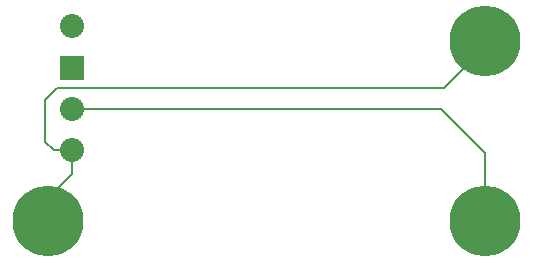
<source format=gbl>
G04 DipTrace 2.4.0.2*
%INlayer4.GBL*%
%MOMM*%
%ADD13C,0.2*%
%ADD18C,2.032*%
%ADD19R,2.032X2.032*%
%ADD20C,6.0*%
%FSLAX53Y53*%
G04*
G71*
G90*
G75*
G01*
%LNBottom*%
%LPD*%
X47000Y-30250D2*
D13*
Y-24500D1*
X43250Y-20750D1*
X12000D1*
X47000Y-15000D2*
X47500D1*
X43500Y-19000D1*
X10750D1*
X9750Y-20000D1*
Y-23500D1*
X10500Y-24250D1*
X12000D1*
X10000Y-30250D2*
Y-28250D1*
X12000Y-26250D1*
Y-24250D1*
D18*
Y-13750D3*
D19*
Y-17250D3*
D18*
Y-20750D3*
Y-24250D3*
D20*
X47000Y-15000D3*
Y-30250D3*
X10000D3*
M02*

</source>
